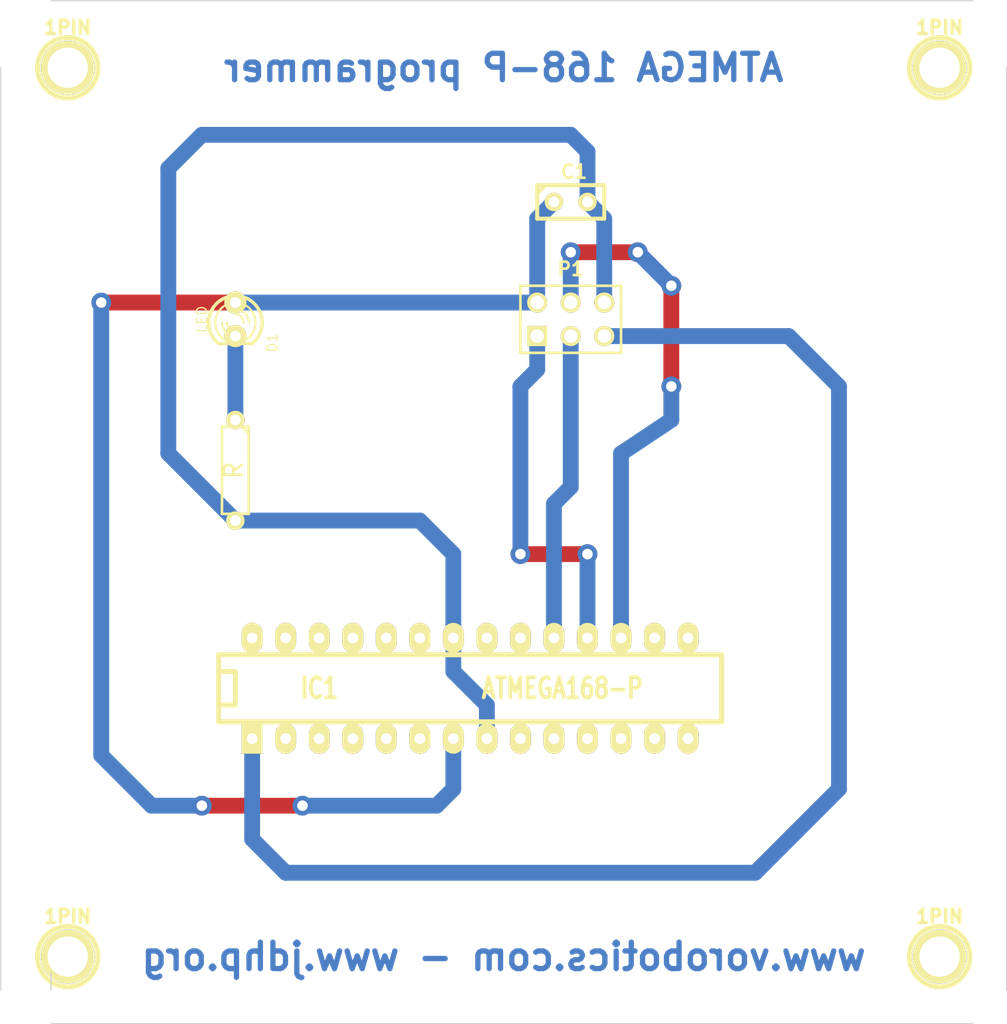
<source format=kicad_pcb>
(kicad_pcb (version 3) (host pcbnew "(22-Jun-2014 BZR 4027)-stable")

  (general
    (links 12)
    (no_connects 0)
    (area 190.449999 93.929999 266.750001 171.500001)
    (thickness 1.6)
    (drawings 7)
    (tracks 58)
    (zones 0)
    (modules 9)
    (nets 8)
  )

  (page A3)
  (layers
    (15 F.Cu signal)
    (0 B.Cu signal)
    (16 B.Adhes user)
    (17 F.Adhes user)
    (18 B.Paste user)
    (19 F.Paste user)
    (20 B.SilkS user)
    (21 F.SilkS user)
    (22 B.Mask user)
    (23 F.Mask user)
    (24 Dwgs.User user)
    (25 Cmts.User user)
    (26 Eco1.User user)
    (27 Eco2.User user)
    (28 Edge.Cuts user)
  )

  (setup
    (last_trace_width 1.2)
    (trace_clearance 0.4)
    (zone_clearance 0.508)
    (zone_45_only no)
    (trace_min 0.254)
    (segment_width 0.2)
    (edge_width 0.1)
    (via_size 1.5)
    (via_drill 0.8)
    (via_min_size 0.889)
    (via_min_drill 0.508)
    (uvia_size 0.508)
    (uvia_drill 0.127)
    (uvias_allowed no)
    (uvia_min_size 0.508)
    (uvia_min_drill 0.127)
    (pcb_text_width 0.3)
    (pcb_text_size 1.5 1.5)
    (mod_edge_width 0.15)
    (mod_text_size 1 1)
    (mod_text_width 0.15)
    (pad_size 1.5 1.5)
    (pad_drill 0.6)
    (pad_to_mask_clearance 0)
    (aux_axis_origin 0 0)
    (visible_elements FFFFFFBF)
    (pcbplotparams
      (layerselection 268435457)
      (usegerberextensions false)
      (excludeedgelayer true)
      (linewidth 0.150000)
      (plotframeref false)
      (viasonmask false)
      (mode 1)
      (useauxorigin false)
      (hpglpennumber 1)
      (hpglpenspeed 20)
      (hpglpendiameter 15)
      (hpglpenoverlay 2)
      (psnegative false)
      (psa4output false)
      (plotreference true)
      (plotvalue true)
      (plotothertext true)
      (plotinvisibletext false)
      (padsonsilk false)
      (subtractmaskfromsilk false)
      (outputformat 5)
      (mirror false)
      (drillshape 0)
      (scaleselection 1)
      (outputdirectory ""))
  )

  (net 0 "")
  (net 1 GND)
  (net 2 N-000001)
  (net 3 N-000002)
  (net 4 N-000004)
  (net 5 N-000005)
  (net 6 N-000006)
  (net 7 N-000007)

  (net_class Default "Ceci est la Netclass par défaut"
    (clearance 0.4)
    (trace_width 1.2)
    (via_dia 1.5)
    (via_drill 0.8)
    (uvia_dia 0.508)
    (uvia_drill 0.127)
    (add_net "")
    (add_net GND)
    (add_net N-000001)
    (add_net N-000002)
    (add_net N-000004)
    (add_net N-000005)
    (add_net N-000006)
    (add_net N-000007)
  )

  (module R3 (layer F.Cu) (tedit 4E4C0E65) (tstamp 542E95A3)
    (at 208.28 129.54 270)
    (descr "Resitance 3 pas")
    (tags R)
    (path /542DCEA3)
    (autoplace_cost180 10)
    (fp_text reference R1 (at 0 0.127 270) (layer F.SilkS) hide
      (effects (font (size 1.397 1.27) (thickness 0.2032)))
    )
    (fp_text value R (at 0 0.127 270) (layer F.SilkS)
      (effects (font (size 1.397 1.27) (thickness 0.2032)))
    )
    (fp_line (start -3.81 0) (end -3.302 0) (layer F.SilkS) (width 0.2032))
    (fp_line (start 3.81 0) (end 3.302 0) (layer F.SilkS) (width 0.2032))
    (fp_line (start 3.302 0) (end 3.302 -1.016) (layer F.SilkS) (width 0.2032))
    (fp_line (start 3.302 -1.016) (end -3.302 -1.016) (layer F.SilkS) (width 0.2032))
    (fp_line (start -3.302 -1.016) (end -3.302 1.016) (layer F.SilkS) (width 0.2032))
    (fp_line (start -3.302 1.016) (end 3.302 1.016) (layer F.SilkS) (width 0.2032))
    (fp_line (start 3.302 1.016) (end 3.302 0) (layer F.SilkS) (width 0.2032))
    (fp_line (start -3.302 -0.508) (end -2.794 -1.016) (layer F.SilkS) (width 0.2032))
    (pad 1 thru_hole circle (at -3.81 0 270) (size 1.397 1.397) (drill 0.8128)
      (layers *.Cu *.Mask F.SilkS)
      (net 4 N-000004)
    )
    (pad 2 thru_hole circle (at 3.81 0 270) (size 1.397 1.397) (drill 0.8128)
      (layers *.Cu *.Mask F.SilkS)
      (net 1 GND)
    )
    (model discret/resistor.wrl
      (at (xyz 0 0 0))
      (scale (xyz 0.3 0.3 0.3))
      (rotate (xyz 0 0 0))
    )
  )

  (module pin_array_3x2 (layer F.Cu) (tedit 42931587) (tstamp 542E95B1)
    (at 233.68 118.11)
    (descr "Double rangee de contacts 2 x 4 pins")
    (tags CONN)
    (path /542DCF9F)
    (fp_text reference P1 (at 0 -3.81) (layer F.SilkS)
      (effects (font (size 1.016 1.016) (thickness 0.2032)))
    )
    (fp_text value CONN_3X2 (at 0 3.81) (layer F.SilkS) hide
      (effects (font (size 1.016 1.016) (thickness 0.2032)))
    )
    (fp_line (start 3.81 2.54) (end -3.81 2.54) (layer F.SilkS) (width 0.2032))
    (fp_line (start -3.81 -2.54) (end 3.81 -2.54) (layer F.SilkS) (width 0.2032))
    (fp_line (start 3.81 -2.54) (end 3.81 2.54) (layer F.SilkS) (width 0.2032))
    (fp_line (start -3.81 2.54) (end -3.81 -2.54) (layer F.SilkS) (width 0.2032))
    (pad 1 thru_hole rect (at -2.54 1.27) (size 1.524 1.524) (drill 1.016)
      (layers *.Cu *.Mask F.SilkS)
      (net 3 N-000002)
    )
    (pad 2 thru_hole circle (at -2.54 -1.27) (size 1.524 1.524) (drill 1.016)
      (layers *.Cu *.Mask F.SilkS)
      (net 2 N-000001)
    )
    (pad 3 thru_hole circle (at 0 1.27) (size 1.524 1.524) (drill 1.016)
      (layers *.Cu *.Mask F.SilkS)
      (net 7 N-000007)
    )
    (pad 4 thru_hole circle (at 0 -1.27) (size 1.524 1.524) (drill 1.016)
      (layers *.Cu *.Mask F.SilkS)
      (net 6 N-000006)
    )
    (pad 5 thru_hole circle (at 2.54 1.27) (size 1.524 1.524) (drill 1.016)
      (layers *.Cu *.Mask F.SilkS)
      (net 5 N-000005)
    )
    (pad 6 thru_hole circle (at 2.54 -1.27) (size 1.524 1.524) (drill 1.016)
      (layers *.Cu *.Mask F.SilkS)
      (net 1 GND)
    )
    (model pin_array/pins_array_3x2.wrl
      (at (xyz 0 0 0))
      (scale (xyz 1 1 1))
      (rotate (xyz 0 0 0))
    )
  )

  (module LED-3MM (layer F.Cu) (tedit 50ADE848) (tstamp 542E95CA)
    (at 208.28 118.11 270)
    (descr "LED 3mm - Lead pitch 100mil (2,54mm)")
    (tags "LED led 3mm 3MM 100mil 2,54mm")
    (path /542DCEB2)
    (fp_text reference D1 (at 1.778 -2.794 270) (layer F.SilkS)
      (effects (font (size 0.762 0.762) (thickness 0.0889)))
    )
    (fp_text value LED (at 0 2.54 270) (layer F.SilkS)
      (effects (font (size 0.762 0.762) (thickness 0.0889)))
    )
    (fp_line (start 1.8288 1.27) (end 1.8288 -1.27) (layer F.SilkS) (width 0.254))
    (fp_arc (start 0.254 0) (end -1.27 0) (angle 39.8) (layer F.SilkS) (width 0.1524))
    (fp_arc (start 0.254 0) (end -0.88392 1.01092) (angle 41.6) (layer F.SilkS) (width 0.1524))
    (fp_arc (start 0.254 0) (end 1.4097 -0.9906) (angle 40.6) (layer F.SilkS) (width 0.1524))
    (fp_arc (start 0.254 0) (end 1.778 0) (angle 39.8) (layer F.SilkS) (width 0.1524))
    (fp_arc (start 0.254 0) (end 0.254 -1.524) (angle 54.4) (layer F.SilkS) (width 0.1524))
    (fp_arc (start 0.254 0) (end -0.9652 -0.9144) (angle 53.1) (layer F.SilkS) (width 0.1524))
    (fp_arc (start 0.254 0) (end 1.45542 0.93472) (angle 52.1) (layer F.SilkS) (width 0.1524))
    (fp_arc (start 0.254 0) (end 0.254 1.524) (angle 52.1) (layer F.SilkS) (width 0.1524))
    (fp_arc (start 0.254 0) (end -0.381 0) (angle 90) (layer F.SilkS) (width 0.1524))
    (fp_arc (start 0.254 0) (end -0.762 0) (angle 90) (layer F.SilkS) (width 0.1524))
    (fp_arc (start 0.254 0) (end 0.889 0) (angle 90) (layer F.SilkS) (width 0.1524))
    (fp_arc (start 0.254 0) (end 1.27 0) (angle 90) (layer F.SilkS) (width 0.1524))
    (fp_arc (start 0.254 0) (end 0.254 -2.032) (angle 50.1) (layer F.SilkS) (width 0.254))
    (fp_arc (start 0.254 0) (end -1.5367 -0.95504) (angle 61.9) (layer F.SilkS) (width 0.254))
    (fp_arc (start 0.254 0) (end 1.8034 1.31064) (angle 49.7) (layer F.SilkS) (width 0.254))
    (fp_arc (start 0.254 0) (end 0.254 2.032) (angle 60.2) (layer F.SilkS) (width 0.254))
    (fp_arc (start 0.254 0) (end -1.778 0) (angle 28.3) (layer F.SilkS) (width 0.254))
    (fp_arc (start 0.254 0) (end -1.47574 1.06426) (angle 31.6) (layer F.SilkS) (width 0.254))
    (pad 1 thru_hole circle (at -1.27 0 270) (size 1.6764 1.6764) (drill 0.8128)
      (layers *.Cu *.Mask F.SilkS)
      (net 2 N-000001)
    )
    (pad 2 thru_hole circle (at 1.27 0 270) (size 1.6764 1.6764) (drill 0.8128)
      (layers *.Cu *.Mask F.SilkS)
      (net 4 N-000004)
    )
    (model discret/leds/led3_vertical_verde.wrl
      (at (xyz 0 0 0))
      (scale (xyz 1 1 1))
      (rotate (xyz 0 0 0))
    )
  )

  (module DIP-28__300_ELL (layer F.Cu) (tedit 200000) (tstamp 542E95F1)
    (at 226.06 146.05)
    (descr "28 pins DIL package, elliptical pads, width 300mil")
    (tags DIL)
    (path /542DCDD8)
    (fp_text reference IC1 (at -11.43 0) (layer F.SilkS)
      (effects (font (size 1.524 1.143) (thickness 0.3048)))
    )
    (fp_text value ATMEGA168-P (at 6.985 0) (layer F.SilkS)
      (effects (font (size 1.524 1.143) (thickness 0.3048)))
    )
    (fp_line (start -19.05 -2.54) (end 19.05 -2.54) (layer F.SilkS) (width 0.381))
    (fp_line (start 19.05 -2.54) (end 19.05 2.54) (layer F.SilkS) (width 0.381))
    (fp_line (start 19.05 2.54) (end -19.05 2.54) (layer F.SilkS) (width 0.381))
    (fp_line (start -19.05 2.54) (end -19.05 -2.54) (layer F.SilkS) (width 0.381))
    (fp_line (start -19.05 -1.27) (end -17.78 -1.27) (layer F.SilkS) (width 0.381))
    (fp_line (start -17.78 -1.27) (end -17.78 1.27) (layer F.SilkS) (width 0.381))
    (fp_line (start -17.78 1.27) (end -19.05 1.27) (layer F.SilkS) (width 0.381))
    (pad 2 thru_hole oval (at -13.97 3.81) (size 1.5748 2.286) (drill 0.8128)
      (layers *.Cu *.Mask F.SilkS)
    )
    (pad 3 thru_hole oval (at -11.43 3.81) (size 1.5748 2.286) (drill 0.8128)
      (layers *.Cu *.Mask F.SilkS)
    )
    (pad 4 thru_hole oval (at -8.89 3.81) (size 1.5748 2.286) (drill 0.8128)
      (layers *.Cu *.Mask F.SilkS)
    )
    (pad 5 thru_hole oval (at -6.35 3.81) (size 1.5748 2.286) (drill 0.8128)
      (layers *.Cu *.Mask F.SilkS)
    )
    (pad 6 thru_hole oval (at -3.81 3.81) (size 1.5748 2.286) (drill 0.8128)
      (layers *.Cu *.Mask F.SilkS)
    )
    (pad 7 thru_hole oval (at -1.27 3.81) (size 1.5748 2.286) (drill 0.8128)
      (layers *.Cu *.Mask F.SilkS)
      (net 2 N-000001)
    )
    (pad 8 thru_hole oval (at 1.27 3.81) (size 1.5748 2.286) (drill 0.8128)
      (layers *.Cu *.Mask F.SilkS)
      (net 1 GND)
    )
    (pad 9 thru_hole oval (at 3.81 3.81) (size 1.5748 2.286) (drill 0.8128)
      (layers *.Cu *.Mask F.SilkS)
    )
    (pad 10 thru_hole oval (at 6.35 3.81) (size 1.5748 2.286) (drill 0.8128)
      (layers *.Cu *.Mask F.SilkS)
    )
    (pad 11 thru_hole oval (at 8.89 3.81) (size 1.5748 2.286) (drill 0.8128)
      (layers *.Cu *.Mask F.SilkS)
    )
    (pad 12 thru_hole oval (at 11.43 3.81) (size 1.5748 2.286) (drill 0.8128)
      (layers *.Cu *.Mask F.SilkS)
    )
    (pad 13 thru_hole oval (at 13.97 3.81) (size 1.5748 2.286) (drill 0.8128)
      (layers *.Cu *.Mask F.SilkS)
    )
    (pad 14 thru_hole oval (at 16.51 3.81) (size 1.5748 2.286) (drill 0.8128)
      (layers *.Cu *.Mask F.SilkS)
    )
    (pad 1 thru_hole rect (at -16.51 3.81) (size 1.5748 2.286) (drill 0.8128)
      (layers *.Cu *.Mask F.SilkS)
      (net 5 N-000005)
    )
    (pad 15 thru_hole oval (at 16.51 -3.81) (size 1.5748 2.286) (drill 0.8128)
      (layers *.Cu *.Mask F.SilkS)
    )
    (pad 16 thru_hole oval (at 13.97 -3.81) (size 1.5748 2.286) (drill 0.8128)
      (layers *.Cu *.Mask F.SilkS)
    )
    (pad 17 thru_hole oval (at 11.43 -3.81) (size 1.5748 2.286) (drill 0.8128)
      (layers *.Cu *.Mask F.SilkS)
      (net 6 N-000006)
    )
    (pad 18 thru_hole oval (at 8.89 -3.81) (size 1.5748 2.286) (drill 0.8128)
      (layers *.Cu *.Mask F.SilkS)
      (net 3 N-000002)
    )
    (pad 19 thru_hole oval (at 6.35 -3.81) (size 1.5748 2.286) (drill 0.8128)
      (layers *.Cu *.Mask F.SilkS)
      (net 7 N-000007)
    )
    (pad 20 thru_hole oval (at 3.81 -3.81) (size 1.5748 2.286) (drill 0.8128)
      (layers *.Cu *.Mask F.SilkS)
    )
    (pad 21 thru_hole oval (at 1.27 -3.81) (size 1.5748 2.286) (drill 0.8128)
      (layers *.Cu *.Mask F.SilkS)
    )
    (pad 22 thru_hole oval (at -1.27 -3.81) (size 1.5748 2.286) (drill 0.8128)
      (layers *.Cu *.Mask F.SilkS)
      (net 1 GND)
    )
    (pad 23 thru_hole oval (at -3.81 -3.81) (size 1.5748 2.286) (drill 0.8128)
      (layers *.Cu *.Mask F.SilkS)
    )
    (pad 24 thru_hole oval (at -6.35 -3.81) (size 1.5748 2.286) (drill 0.8128)
      (layers *.Cu *.Mask F.SilkS)
    )
    (pad 25 thru_hole oval (at -8.89 -3.81) (size 1.5748 2.286) (drill 0.8128)
      (layers *.Cu *.Mask F.SilkS)
    )
    (pad 26 thru_hole oval (at -11.43 -3.81) (size 1.5748 2.286) (drill 0.8128)
      (layers *.Cu *.Mask F.SilkS)
    )
    (pad 27 thru_hole oval (at -13.97 -3.81) (size 1.5748 2.286) (drill 0.8128)
      (layers *.Cu *.Mask F.SilkS)
    )
    (pad 28 thru_hole oval (at -16.51 -3.81) (size 1.5748 2.286) (drill 0.8128)
      (layers *.Cu *.Mask F.SilkS)
    )
    (model dil/dil_28-w300.wrl
      (at (xyz 0 0 0))
      (scale (xyz 1 1 1))
      (rotate (xyz 0 0 0))
    )
  )

  (module C1 (layer F.Cu) (tedit 3F92C496) (tstamp 542E95FC)
    (at 233.68 109.22)
    (descr "Condensateur e = 1 pas")
    (tags C)
    (path /542DCF1D)
    (fp_text reference C1 (at 0.254 -2.286) (layer F.SilkS)
      (effects (font (size 1.016 1.016) (thickness 0.2032)))
    )
    (fp_text value C (at 0 -2.286) (layer F.SilkS) hide
      (effects (font (size 1.016 1.016) (thickness 0.2032)))
    )
    (fp_line (start -2.4892 -1.27) (end 2.54 -1.27) (layer F.SilkS) (width 0.3048))
    (fp_line (start 2.54 -1.27) (end 2.54 1.27) (layer F.SilkS) (width 0.3048))
    (fp_line (start 2.54 1.27) (end -2.54 1.27) (layer F.SilkS) (width 0.3048))
    (fp_line (start -2.54 1.27) (end -2.54 -1.27) (layer F.SilkS) (width 0.3048))
    (fp_line (start -2.54 -0.635) (end -1.905 -1.27) (layer F.SilkS) (width 0.3048))
    (pad 1 thru_hole circle (at -1.27 0) (size 1.397 1.397) (drill 0.8128)
      (layers *.Cu *.Mask F.SilkS)
      (net 2 N-000001)
    )
    (pad 2 thru_hole circle (at 1.27 0) (size 1.397 1.397) (drill 0.8128)
      (layers *.Cu *.Mask F.SilkS)
      (net 1 GND)
    )
    (model discret/capa_1_pas.wrl
      (at (xyz 0 0 0))
      (scale (xyz 1 1 1))
      (rotate (xyz 0 0 0))
    )
  )

  (module 1pin (layer F.Cu) (tedit 200000) (tstamp 5439BF46)
    (at 195.58 99.06)
    (descr "module 1 pin (ou trou mecanique de percage)")
    (tags DEV)
    (path 1pin)
    (fp_text reference 1PIN (at 0 -3.048) (layer F.SilkS)
      (effects (font (size 1.016 1.016) (thickness 0.254)))
    )
    (fp_text value P*** (at 0 2.794) (layer F.SilkS) hide
      (effects (font (size 1.016 1.016) (thickness 0.254)))
    )
    (fp_circle (center 0 0) (end 0 -2.286) (layer F.SilkS) (width 0.381))
    (pad 1 thru_hole circle (at 0 0) (size 4.064 4.064) (drill 3.048)
      (layers *.Cu *.Mask F.SilkS)
    )
  )

  (module 1pin (layer F.Cu) (tedit 200000) (tstamp 5439BF51)
    (at 261.62 99.06)
    (descr "module 1 pin (ou trou mecanique de percage)")
    (tags DEV)
    (path 1pin)
    (fp_text reference 1PIN (at 0 -3.048) (layer F.SilkS)
      (effects (font (size 1.016 1.016) (thickness 0.254)))
    )
    (fp_text value P*** (at 0 2.794) (layer F.SilkS) hide
      (effects (font (size 1.016 1.016) (thickness 0.254)))
    )
    (fp_circle (center 0 0) (end 0 -2.286) (layer F.SilkS) (width 0.381))
    (pad 1 thru_hole circle (at 0 0) (size 4.064 4.064) (drill 3.048)
      (layers *.Cu *.Mask F.SilkS)
    )
  )

  (module 1pin (layer F.Cu) (tedit 200000) (tstamp 5439BF5C)
    (at 261.62 166.37)
    (descr "module 1 pin (ou trou mecanique de percage)")
    (tags DEV)
    (path 1pin)
    (fp_text reference 1PIN (at 0 -3.048) (layer F.SilkS)
      (effects (font (size 1.016 1.016) (thickness 0.254)))
    )
    (fp_text value P*** (at 0 2.794) (layer F.SilkS) hide
      (effects (font (size 1.016 1.016) (thickness 0.254)))
    )
    (fp_circle (center 0 0) (end 0 -2.286) (layer F.SilkS) (width 0.381))
    (pad 1 thru_hole circle (at 0 0) (size 4.064 4.064) (drill 3.048)
      (layers *.Cu *.Mask F.SilkS)
    )
  )

  (module 1pin (layer F.Cu) (tedit 200000) (tstamp 5439BF67)
    (at 195.58 166.37)
    (descr "module 1 pin (ou trou mecanique de percage)")
    (tags DEV)
    (path 1pin)
    (fp_text reference 1PIN (at 0 -3.048) (layer F.SilkS)
      (effects (font (size 1.016 1.016) (thickness 0.254)))
    )
    (fp_text value P*** (at 0 2.794) (layer F.SilkS) hide
      (effects (font (size 1.016 1.016) (thickness 0.254)))
    )
    (fp_circle (center 0 0) (end 0 -2.286) (layer F.SilkS) (width 0.381))
    (pad 1 thru_hole circle (at 0 0) (size 4.064 4.064) (drill 3.048)
      (layers *.Cu *.Mask F.SilkS)
    )
  )

  (gr_text "www.vorobotics.com - www.jdhp.org" (at 228.6 166.37) (layer B.Cu)
    (effects (font (size 2 2) (thickness 0.4)) (justify mirror))
  )
  (gr_text "ATMEGA 168-P programmer" (at 228.6 99.06) (layer B.Cu)
    (effects (font (size 2 2) (thickness 0.4)) (justify mirror))
  )
  (gr_line (start 194.31 168.91) (end 194.31 167.64) (angle 90) (layer Edge.Cuts) (width 0.1))
  (gr_line (start 190.5 99.06) (end 190.5 168.91) (angle 90) (layer Edge.Cuts) (width 0.1))
  (gr_line (start 264.16 93.98) (end 194.31 93.98) (angle 90) (layer Edge.Cuts) (width 0.1))
  (gr_line (start 266.7 168.91) (end 266.7 99.06) (angle 90) (layer Edge.Cuts) (width 0.1))
  (gr_line (start 194.31 171.45) (end 264.16 171.45) (angle 90) (layer Edge.Cuts) (width 0.1))

  (segment (start 224.79 142.24) (end 224.79 144.78) (width 1.2) (layer B.Cu) (net 1))
  (segment (start 227.33 147.32) (end 227.33 149.86) (width 1.2) (layer B.Cu) (net 1) (tstamp 54395CA9))
  (segment (start 224.79 144.78) (end 227.33 147.32) (width 1.2) (layer B.Cu) (net 1) (tstamp 54395CA6))
  (segment (start 234.95 109.22) (end 234.95 105.41) (width 1.2) (layer B.Cu) (net 1))
  (segment (start 203.2 128.27) (end 208.28 133.35) (width 1.2) (layer B.Cu) (net 1) (tstamp 542E978B))
  (segment (start 203.2 106.68) (end 203.2 128.27) (width 1.2) (layer B.Cu) (net 1) (tstamp 542E9789))
  (segment (start 205.74 104.14) (end 203.2 106.68) (width 1.2) (layer B.Cu) (net 1) (tstamp 542E9787))
  (segment (start 233.68 104.14) (end 205.74 104.14) (width 1.2) (layer B.Cu) (net 1) (tstamp 542E9784))
  (segment (start 234.95 105.41) (end 233.68 104.14) (width 1.2) (layer B.Cu) (net 1) (tstamp 542E9781))
  (segment (start 236.22 116.84) (end 236.22 110.49) (width 1.2) (layer B.Cu) (net 1))
  (segment (start 236.22 110.49) (end 234.95 109.22) (width 1.2) (layer B.Cu) (net 1) (tstamp 542E9777))
  (segment (start 208.28 133.35) (end 222.25 133.35) (width 1.2) (layer B.Cu) (net 1))
  (segment (start 222.25 133.35) (end 224.79 135.89) (width 1.2) (layer B.Cu) (net 1) (tstamp 542E975D))
  (segment (start 224.79 135.89) (end 224.79 142.24) (width 1.2) (layer B.Cu) (net 1) (tstamp 542E975F))
  (segment (start 224.79 149.86) (end 224.79 153.67) (width 1.2) (layer B.Cu) (net 2))
  (segment (start 198.12 116.84) (end 208.28 116.84) (width 1.2) (layer F.Cu) (net 2) (tstamp 5439BFA7))
  (via (at 198.12 116.84) (size 1.5) (layers F.Cu B.Cu) (net 2))
  (segment (start 198.12 151.13) (end 198.12 116.84) (width 1.2) (layer B.Cu) (net 2) (tstamp 5439BFA4))
  (segment (start 201.93 154.94) (end 198.12 151.13) (width 1.2) (layer B.Cu) (net 2) (tstamp 5439BFA3))
  (segment (start 205.74 154.94) (end 201.93 154.94) (width 1.2) (layer B.Cu) (net 2) (tstamp 5439BFA2))
  (via (at 205.74 154.94) (size 1.5) (layers F.Cu B.Cu) (net 2))
  (segment (start 213.36 154.94) (end 205.74 154.94) (width 1.2) (layer F.Cu) (net 2) (tstamp 5439BF9F))
  (via (at 213.36 154.94) (size 1.5) (layers F.Cu B.Cu) (net 2))
  (segment (start 223.52 154.94) (end 213.36 154.94) (width 1.2) (layer B.Cu) (net 2) (tstamp 5439BF9D))
  (segment (start 224.79 153.67) (end 223.52 154.94) (width 1.2) (layer B.Cu) (net 2) (tstamp 5439BF9C))
  (via (at 208.28 116.84) (size 0.889) (layers F.Cu B.Cu) (net 2))
  (segment (start 231.14 116.84) (end 208.28 116.84) (width 1.2) (layer B.Cu) (net 2))
  (segment (start 231.14 116.84) (end 231.14 110.49) (width 1.2) (layer B.Cu) (net 2))
  (segment (start 231.14 110.49) (end 232.41 109.22) (width 1.2) (layer B.Cu) (net 2) (tstamp 542E973B))
  (segment (start 234.95 142.24) (end 234.95 135.89) (width 1.2) (layer B.Cu) (net 3))
  (segment (start 231.14 121.92) (end 231.14 119.38) (width 1.2) (layer B.Cu) (net 3) (tstamp 5439BFFE))
  (segment (start 229.87 123.19) (end 231.14 121.92) (width 1.2) (layer B.Cu) (net 3) (tstamp 5439BFFD))
  (segment (start 229.87 135.89) (end 229.87 123.19) (width 1.2) (layer B.Cu) (net 3) (tstamp 5439BFFC))
  (via (at 229.87 135.89) (size 1.5) (layers F.Cu B.Cu) (net 3))
  (segment (start 234.95 135.89) (end 229.87 135.89) (width 1.2) (layer F.Cu) (net 3) (tstamp 5439BFF9))
  (via (at 234.95 135.89) (size 1.5) (layers F.Cu B.Cu) (net 3))
  (segment (start 208.28 119.38) (end 208.28 125.73) (width 1.2) (layer B.Cu) (net 4))
  (segment (start 236.22 119.38) (end 250.19 119.38) (width 1.2) (layer B.Cu) (net 5))
  (segment (start 209.55 157.48) (end 209.55 149.86) (width 1.2) (layer B.Cu) (net 5) (tstamp 542E974D))
  (segment (start 212.09 160.02) (end 209.55 157.48) (width 1.2) (layer B.Cu) (net 5) (tstamp 542E974B))
  (segment (start 247.65 160.02) (end 212.09 160.02) (width 1.2) (layer B.Cu) (net 5) (tstamp 542E9749))
  (segment (start 254 153.67) (end 247.65 160.02) (width 1.2) (layer B.Cu) (net 5) (tstamp 542E9747))
  (segment (start 254 123.19) (end 254 153.67) (width 1.2) (layer B.Cu) (net 5) (tstamp 542E9745))
  (segment (start 250.19 119.38) (end 254 123.19) (width 1.2) (layer B.Cu) (net 5) (tstamp 542E9743))
  (segment (start 237.49 142.24) (end 237.49 128.27) (width 1.2) (layer B.Cu) (net 6))
  (segment (start 233.68 113.03) (end 233.68 116.84) (width 1.2) (layer B.Cu) (net 6) (tstamp 5439BFC7))
  (via (at 233.68 113.03) (size 1.5) (layers F.Cu B.Cu) (net 6))
  (segment (start 238.76 113.03) (end 233.68 113.03) (width 1.2) (layer F.Cu) (net 6) (tstamp 5439BFC4))
  (via (at 238.76 113.03) (size 1.5) (layers F.Cu B.Cu) (net 6))
  (segment (start 241.3 115.57) (end 238.76 113.03) (width 1.2) (layer B.Cu) (net 6) (tstamp 5439BFC1))
  (via (at 241.3 115.57) (size 1.5) (layers F.Cu B.Cu) (net 6))
  (segment (start 241.3 123.19) (end 241.3 115.57) (width 1.2) (layer F.Cu) (net 6) (tstamp 5439BFBE))
  (via (at 241.3 123.19) (size 1.5) (layers F.Cu B.Cu) (net 6))
  (segment (start 241.3 125.73) (end 241.3 123.19) (width 1.2) (layer B.Cu) (net 6) (tstamp 5439BFBC))
  (segment (start 237.49 128.27) (end 241.3 125.73) (width 1.2) (layer B.Cu) (net 6) (tstamp 5439BFBB))
  (segment (start 233.68 119.38) (end 233.68 130.81) (width 1.2) (layer B.Cu) (net 7))
  (segment (start 232.41 132.08) (end 232.41 142.24) (width 1.2) (layer B.Cu) (net 7) (tstamp 542E97E2))
  (segment (start 233.68 130.81) (end 232.41 132.08) (width 1.2) (layer B.Cu) (net 7) (tstamp 542E97DF))

)

</source>
